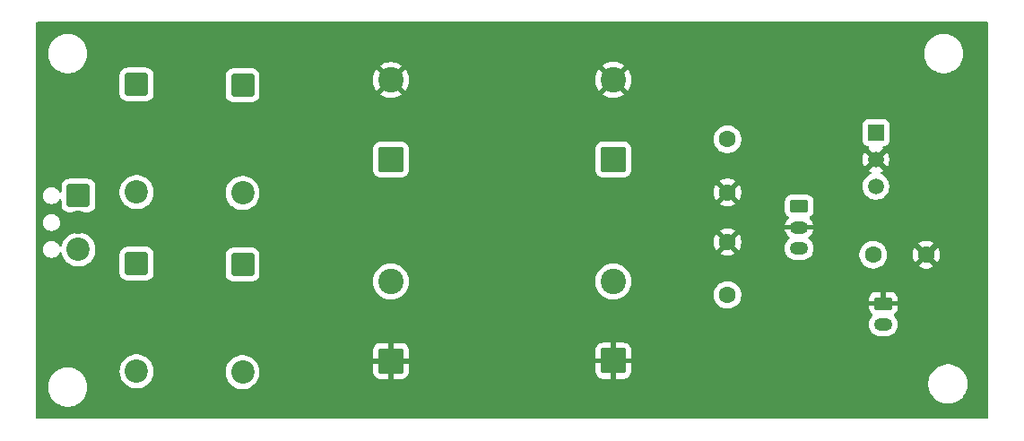
<source format=gbr>
%TF.GenerationSoftware,KiCad,Pcbnew,9.0.7*%
%TF.CreationDate,2026-01-19T21:12:20-05:00*%
%TF.ProjectId,psu,7073752e-6b69-4636-9164-5f7063625858,rev?*%
%TF.SameCoordinates,Original*%
%TF.FileFunction,Copper,L2,Bot*%
%TF.FilePolarity,Positive*%
%FSLAX46Y46*%
G04 Gerber Fmt 4.6, Leading zero omitted, Abs format (unit mm)*
G04 Created by KiCad (PCBNEW 9.0.7) date 2026-01-19 21:12:20*
%MOMM*%
%LPD*%
G01*
G04 APERTURE LIST*
G04 Aperture macros list*
%AMRoundRect*
0 Rectangle with rounded corners*
0 $1 Rounding radius*
0 $2 $3 $4 $5 $6 $7 $8 $9 X,Y pos of 4 corners*
0 Add a 4 corners polygon primitive as box body*
4,1,4,$2,$3,$4,$5,$6,$7,$8,$9,$2,$3,0*
0 Add four circle primitives for the rounded corners*
1,1,$1+$1,$2,$3*
1,1,$1+$1,$4,$5*
1,1,$1+$1,$6,$7*
1,1,$1+$1,$8,$9*
0 Add four rect primitives between the rounded corners*
20,1,$1+$1,$2,$3,$4,$5,0*
20,1,$1+$1,$4,$5,$6,$7,0*
20,1,$1+$1,$6,$7,$8,$9,0*
20,1,$1+$1,$8,$9,$2,$3,0*%
G04 Aperture macros list end*
%TA.AperFunction,ComponentPad*%
%ADD10RoundRect,0.250000X-0.625000X0.350000X-0.625000X-0.350000X0.625000X-0.350000X0.625000X0.350000X0*%
%TD*%
%TA.AperFunction,ComponentPad*%
%ADD11O,1.750000X1.200000*%
%TD*%
%TA.AperFunction,ComponentPad*%
%ADD12C,1.600000*%
%TD*%
%TA.AperFunction,ComponentPad*%
%ADD13RoundRect,0.249999X-0.850001X0.850001X-0.850001X-0.850001X0.850001X-0.850001X0.850001X0.850001X0*%
%TD*%
%TA.AperFunction,ComponentPad*%
%ADD14C,2.200000*%
%TD*%
%TA.AperFunction,ComponentPad*%
%ADD15R,1.508000X1.508000*%
%TD*%
%TA.AperFunction,ComponentPad*%
%ADD16C,1.508000*%
%TD*%
%TA.AperFunction,ComponentPad*%
%ADD17RoundRect,0.250001X0.949999X-0.949999X0.949999X0.949999X-0.949999X0.949999X-0.949999X-0.949999X0*%
%TD*%
%TA.AperFunction,ComponentPad*%
%ADD18C,2.400000*%
%TD*%
G04 APERTURE END LIST*
D10*
%TO.P,J3,1,Pin_1*%
%TO.N,GND*%
X158500000Y-84600000D03*
D11*
%TO.P,J3,2,Pin_2*%
%TO.N,+5V*%
X158500000Y-86600000D03*
%TD*%
D10*
%TO.P,J2,1,Pin_1*%
%TO.N,+15V*%
X150550000Y-75400000D03*
D11*
%TO.P,J2,2,Pin_2*%
%TO.N,GND*%
X150550000Y-77400000D03*
%TO.P,J2,3,Pin_3*%
%TO.N,-15V*%
X150550000Y-79400000D03*
%TD*%
D12*
%TO.P,C7,1*%
%TO.N,+5V*%
X157550000Y-80000000D03*
%TO.P,C7,2*%
%TO.N,GND*%
X162550000Y-80000000D03*
%TD*%
D13*
%TO.P,D3,1,K*%
%TO.N,+15V*%
X88000000Y-63920000D03*
D14*
%TO.P,D3,2,A*%
%TO.N,Net-(D1-K)*%
X88000000Y-74080000D03*
%TD*%
D15*
%TO.P,PS1,1,+VIN*%
%TO.N,+15V*%
X157800000Y-68460000D03*
D16*
%TO.P,PS1,2,GND*%
%TO.N,GND*%
X157800000Y-71000000D03*
%TO.P,PS1,3,+VOUT*%
%TO.N,+5V*%
X157800000Y-73540000D03*
%TD*%
D17*
%TO.P,C3,1*%
%TO.N,+15V*%
X112000000Y-71000000D03*
D18*
%TO.P,C3,2*%
%TO.N,GND*%
X112000000Y-63500000D03*
%TD*%
D17*
%TO.P,C4,1*%
%TO.N,+15V*%
X133000000Y-70987245D03*
D18*
%TO.P,C4,2*%
%TO.N,GND*%
X133000000Y-63487245D03*
%TD*%
D13*
%TO.P,D4,1,K*%
%TO.N,+15V*%
X98000000Y-64000000D03*
D14*
%TO.P,D4,2,A*%
%TO.N,Net-(D2-K)*%
X98000000Y-74160000D03*
%TD*%
D17*
%TO.P,C1,1*%
%TO.N,GND*%
X112000000Y-90025510D03*
D18*
%TO.P,C1,2*%
%TO.N,-15V*%
X112000000Y-82525510D03*
%TD*%
D12*
%TO.P,C5,1*%
%TO.N,+15V*%
X143800000Y-69100000D03*
%TO.P,C5,2*%
%TO.N,GND*%
X143800000Y-74100000D03*
%TD*%
D13*
%TO.P,J1,1,Pin_1*%
%TO.N,Net-(D1-K)*%
X82500000Y-74420000D03*
D14*
%TO.P,J1,2,Pin_2*%
%TO.N,GND*%
X82500000Y-76960000D03*
%TO.P,J1,3,Pin_3*%
%TO.N,Net-(D2-K)*%
X82500000Y-79500000D03*
%TD*%
D12*
%TO.P,C6,1*%
%TO.N,GND*%
X143800000Y-78800000D03*
%TO.P,C6,2*%
%TO.N,-15V*%
X143800000Y-83800000D03*
%TD*%
D17*
%TO.P,C2,1*%
%TO.N,GND*%
X133000000Y-90012755D03*
D18*
%TO.P,C2,2*%
%TO.N,-15V*%
X133000000Y-82512755D03*
%TD*%
D13*
%TO.P,D2,1,K*%
%TO.N,Net-(D2-K)*%
X98000000Y-80920000D03*
D14*
%TO.P,D2,2,A*%
%TO.N,-15V*%
X98000000Y-91080000D03*
%TD*%
D13*
%TO.P,D1,1,K*%
%TO.N,Net-(D1-K)*%
X88000000Y-80840000D03*
D14*
%TO.P,D1,2,A*%
%TO.N,-15V*%
X88000000Y-91000000D03*
%TD*%
%TA.AperFunction,Conductor*%
%TO.N,GND*%
G36*
X168342539Y-58020185D02*
G01*
X168388294Y-58072989D01*
X168399500Y-58124500D01*
X168399500Y-95375500D01*
X168379815Y-95442539D01*
X168327011Y-95488294D01*
X168275500Y-95499500D01*
X78624500Y-95499500D01*
X78557461Y-95479815D01*
X78511706Y-95427011D01*
X78500500Y-95375500D01*
X78500500Y-92378711D01*
X79649500Y-92378711D01*
X79649500Y-92621288D01*
X79681161Y-92861785D01*
X79743947Y-93096104D01*
X79799530Y-93230293D01*
X79836776Y-93320212D01*
X79958064Y-93530289D01*
X79958066Y-93530292D01*
X79958067Y-93530293D01*
X80105733Y-93722736D01*
X80105739Y-93722743D01*
X80277256Y-93894260D01*
X80277263Y-93894266D01*
X80357787Y-93956054D01*
X80469711Y-94041936D01*
X80679788Y-94163224D01*
X80903900Y-94256054D01*
X81138211Y-94318838D01*
X81318586Y-94342584D01*
X81378711Y-94350500D01*
X81378712Y-94350500D01*
X81621289Y-94350500D01*
X81669388Y-94344167D01*
X81861789Y-94318838D01*
X82096100Y-94256054D01*
X82320212Y-94163224D01*
X82530289Y-94041936D01*
X82722738Y-93894265D01*
X82894265Y-93722738D01*
X83041936Y-93530289D01*
X83163224Y-93320212D01*
X83256054Y-93096100D01*
X83318838Y-92861789D01*
X83350500Y-92621288D01*
X83350500Y-92378712D01*
X83318838Y-92138211D01*
X83256054Y-91903900D01*
X83163224Y-91679788D01*
X83041936Y-91469711D01*
X82972936Y-91379788D01*
X82894266Y-91277263D01*
X82894260Y-91277256D01*
X82722743Y-91105739D01*
X82722736Y-91105733D01*
X82542641Y-90967542D01*
X82542640Y-90967541D01*
X82530294Y-90958067D01*
X82384752Y-90874038D01*
X86399500Y-90874038D01*
X86399500Y-91125962D01*
X86406429Y-91169711D01*
X86438910Y-91374785D01*
X86516760Y-91614383D01*
X86568036Y-91715016D01*
X86630808Y-91838214D01*
X86631132Y-91838848D01*
X86779201Y-92042649D01*
X86779205Y-92042654D01*
X86957345Y-92220794D01*
X86957350Y-92220798D01*
X87095664Y-92321288D01*
X87161155Y-92368870D01*
X87304184Y-92441747D01*
X87385616Y-92483239D01*
X87385618Y-92483239D01*
X87385621Y-92483241D01*
X87625215Y-92561090D01*
X87874038Y-92600500D01*
X87874039Y-92600500D01*
X88125961Y-92600500D01*
X88125962Y-92600500D01*
X88374785Y-92561090D01*
X88614379Y-92483241D01*
X88838845Y-92368870D01*
X89042656Y-92220793D01*
X89220793Y-92042656D01*
X89368870Y-91838845D01*
X89483241Y-91614379D01*
X89561090Y-91374785D01*
X89600500Y-91125962D01*
X89600500Y-90954038D01*
X96399500Y-90954038D01*
X96399500Y-91205962D01*
X96435158Y-91431099D01*
X96438910Y-91454785D01*
X96516760Y-91694383D01*
X96595413Y-91848747D01*
X96623515Y-91903900D01*
X96631132Y-91918848D01*
X96779201Y-92122649D01*
X96779205Y-92122654D01*
X96957345Y-92300794D01*
X96957350Y-92300798D01*
X97135117Y-92429952D01*
X97161155Y-92448870D01*
X97304184Y-92521747D01*
X97385616Y-92563239D01*
X97385618Y-92563239D01*
X97385621Y-92563241D01*
X97625215Y-92641090D01*
X97874038Y-92680500D01*
X97874039Y-92680500D01*
X98125961Y-92680500D01*
X98125962Y-92680500D01*
X98374785Y-92641090D01*
X98614379Y-92563241D01*
X98838845Y-92448870D01*
X99042656Y-92300793D01*
X99220793Y-92122656D01*
X99252721Y-92078711D01*
X162749500Y-92078711D01*
X162749500Y-92321288D01*
X162781161Y-92561785D01*
X162843947Y-92796104D01*
X162871155Y-92861789D01*
X162936776Y-93020212D01*
X163058064Y-93230289D01*
X163058066Y-93230292D01*
X163058067Y-93230293D01*
X163205733Y-93422736D01*
X163205739Y-93422743D01*
X163377256Y-93594260D01*
X163377262Y-93594265D01*
X163569711Y-93741936D01*
X163779788Y-93863224D01*
X164003900Y-93956054D01*
X164238211Y-94018838D01*
X164413661Y-94041936D01*
X164478711Y-94050500D01*
X164478712Y-94050500D01*
X164721289Y-94050500D01*
X164786339Y-94041936D01*
X164961789Y-94018838D01*
X165196100Y-93956054D01*
X165420212Y-93863224D01*
X165630289Y-93741936D01*
X165822738Y-93594265D01*
X165994265Y-93422738D01*
X166141936Y-93230289D01*
X166263224Y-93020212D01*
X166356054Y-92796100D01*
X166418838Y-92561789D01*
X166450500Y-92321288D01*
X166450500Y-92078712D01*
X166418838Y-91838211D01*
X166356054Y-91603900D01*
X166263224Y-91379788D01*
X166141936Y-91169711D01*
X166081018Y-91090321D01*
X165994266Y-90977263D01*
X165994260Y-90977256D01*
X165822743Y-90805739D01*
X165822736Y-90805733D01*
X165630293Y-90658067D01*
X165630292Y-90658066D01*
X165630289Y-90658064D01*
X165420212Y-90536776D01*
X165420205Y-90536773D01*
X165196104Y-90443947D01*
X165078944Y-90412554D01*
X164961789Y-90381162D01*
X164961788Y-90381161D01*
X164961785Y-90381161D01*
X164721289Y-90349500D01*
X164721288Y-90349500D01*
X164478712Y-90349500D01*
X164478711Y-90349500D01*
X164238214Y-90381161D01*
X164003895Y-90443947D01*
X163779794Y-90536773D01*
X163779785Y-90536777D01*
X163569706Y-90658067D01*
X163377263Y-90805733D01*
X163377256Y-90805739D01*
X163205739Y-90977256D01*
X163205733Y-90977263D01*
X163058067Y-91169706D01*
X162936777Y-91379785D01*
X162936773Y-91379794D01*
X162843947Y-91603895D01*
X162781161Y-91838214D01*
X162749500Y-92078711D01*
X99252721Y-92078711D01*
X99308624Y-92001768D01*
X99340790Y-91957492D01*
X99368870Y-91918845D01*
X99483241Y-91694379D01*
X99561090Y-91454785D01*
X99600500Y-91205962D01*
X99600500Y-90954038D01*
X99561090Y-90705215D01*
X99483241Y-90465621D01*
X99483239Y-90465618D01*
X99483239Y-90465616D01*
X99388888Y-90280443D01*
X99368870Y-90241155D01*
X99310744Y-90161151D01*
X99220798Y-90037350D01*
X99220794Y-90037345D01*
X99042654Y-89859205D01*
X99042649Y-89859201D01*
X98838848Y-89711132D01*
X98838847Y-89711131D01*
X98838845Y-89711130D01*
X98732809Y-89657102D01*
X98614383Y-89596760D01*
X98374785Y-89518910D01*
X98125962Y-89479500D01*
X97874038Y-89479500D01*
X97749626Y-89499205D01*
X97625214Y-89518910D01*
X97385616Y-89596760D01*
X97161151Y-89711132D01*
X96957350Y-89859201D01*
X96957345Y-89859205D01*
X96779205Y-90037345D01*
X96779201Y-90037350D01*
X96631132Y-90241151D01*
X96516760Y-90465616D01*
X96438910Y-90705214D01*
X96432775Y-90743947D01*
X96399500Y-90954038D01*
X89600500Y-90954038D01*
X89600500Y-90874038D01*
X89561090Y-90625215D01*
X89483241Y-90385621D01*
X89483239Y-90385618D01*
X89483239Y-90385616D01*
X89427137Y-90275510D01*
X89368870Y-90161155D01*
X89278917Y-90037345D01*
X89220798Y-89957350D01*
X89220794Y-89957345D01*
X89042654Y-89779205D01*
X89042649Y-89779201D01*
X88838848Y-89631132D01*
X88838847Y-89631131D01*
X88838845Y-89631130D01*
X88768747Y-89595413D01*
X88614383Y-89516760D01*
X88374785Y-89438910D01*
X88290181Y-89425510D01*
X88125962Y-89399500D01*
X87874038Y-89399500D01*
X87790350Y-89412755D01*
X87625214Y-89438910D01*
X87385616Y-89516760D01*
X87161151Y-89631132D01*
X86957350Y-89779201D01*
X86957345Y-89779205D01*
X86779205Y-89957345D01*
X86779201Y-89957350D01*
X86631132Y-90161151D01*
X86516760Y-90385616D01*
X86438910Y-90625214D01*
X86410318Y-90805735D01*
X86399500Y-90874038D01*
X82384752Y-90874038D01*
X82320214Y-90836777D01*
X82320205Y-90836773D01*
X82096104Y-90743947D01*
X81861785Y-90681161D01*
X81621289Y-90649500D01*
X81621288Y-90649500D01*
X81378712Y-90649500D01*
X81378711Y-90649500D01*
X81138214Y-90681161D01*
X80903895Y-90743947D01*
X80679794Y-90836773D01*
X80679785Y-90836777D01*
X80469706Y-90958067D01*
X80277263Y-91105733D01*
X80277256Y-91105739D01*
X80105739Y-91277256D01*
X80105733Y-91277263D01*
X79958067Y-91469706D01*
X79836777Y-91679785D01*
X79836773Y-91679794D01*
X79743947Y-91903895D01*
X79681161Y-92138214D01*
X79649500Y-92378711D01*
X78500500Y-92378711D01*
X78500500Y-89025524D01*
X110300000Y-89025524D01*
X110300000Y-89775510D01*
X111451518Y-89775510D01*
X111440889Y-89793919D01*
X111400000Y-89946519D01*
X111400000Y-90104501D01*
X111440889Y-90257101D01*
X111451518Y-90275510D01*
X110300000Y-90275510D01*
X110300000Y-91025495D01*
X110310493Y-91128199D01*
X110310494Y-91128206D01*
X110365641Y-91294628D01*
X110365643Y-91294633D01*
X110457684Y-91443854D01*
X110581655Y-91567825D01*
X110730876Y-91659866D01*
X110730881Y-91659868D01*
X110897303Y-91715015D01*
X110897310Y-91715016D01*
X111000014Y-91725509D01*
X111000027Y-91725510D01*
X111750000Y-91725510D01*
X111750000Y-90573992D01*
X111768409Y-90584621D01*
X111921009Y-90625510D01*
X112078991Y-90625510D01*
X112231591Y-90584621D01*
X112250000Y-90573992D01*
X112250000Y-91725510D01*
X112999973Y-91725510D01*
X112999985Y-91725509D01*
X113102689Y-91715016D01*
X113102696Y-91715015D01*
X113269118Y-91659868D01*
X113269123Y-91659866D01*
X113418344Y-91567825D01*
X113542315Y-91443854D01*
X113634356Y-91294633D01*
X113634358Y-91294628D01*
X113689505Y-91128206D01*
X113689506Y-91128199D01*
X113699999Y-91025495D01*
X113700000Y-91025482D01*
X113700000Y-90275510D01*
X112548482Y-90275510D01*
X112559111Y-90257101D01*
X112600000Y-90104501D01*
X112600000Y-89946519D01*
X112559111Y-89793919D01*
X112548482Y-89775510D01*
X113700000Y-89775510D01*
X113700000Y-89025537D01*
X113699999Y-89025527D01*
X113699662Y-89022224D01*
X113699662Y-89022223D01*
X113698696Y-89012769D01*
X131300000Y-89012769D01*
X131300000Y-89762755D01*
X132451518Y-89762755D01*
X132440889Y-89781164D01*
X132400000Y-89933764D01*
X132400000Y-90091746D01*
X132440889Y-90244346D01*
X132451518Y-90262755D01*
X131300000Y-90262755D01*
X131300000Y-91012740D01*
X131310493Y-91115444D01*
X131310494Y-91115451D01*
X131365641Y-91281873D01*
X131365643Y-91281878D01*
X131457684Y-91431099D01*
X131581655Y-91555070D01*
X131730876Y-91647111D01*
X131730881Y-91647113D01*
X131897303Y-91702260D01*
X131897310Y-91702261D01*
X132000014Y-91712754D01*
X132000027Y-91712755D01*
X132750000Y-91712755D01*
X132750000Y-90561237D01*
X132768409Y-90571866D01*
X132921009Y-90612755D01*
X133078991Y-90612755D01*
X133231591Y-90571866D01*
X133250000Y-90561237D01*
X133250000Y-91712755D01*
X133999973Y-91712755D01*
X133999985Y-91712754D01*
X134102689Y-91702261D01*
X134102696Y-91702260D01*
X134269118Y-91647113D01*
X134269123Y-91647111D01*
X134418344Y-91555070D01*
X134542315Y-91431099D01*
X134634356Y-91281878D01*
X134634358Y-91281873D01*
X134689505Y-91115451D01*
X134689506Y-91115444D01*
X134699999Y-91012740D01*
X134700000Y-91012727D01*
X134700000Y-90262755D01*
X133548482Y-90262755D01*
X133559111Y-90244346D01*
X133600000Y-90091746D01*
X133600000Y-89933764D01*
X133559111Y-89781164D01*
X133548482Y-89762755D01*
X134700000Y-89762755D01*
X134700000Y-89012782D01*
X134699999Y-89012769D01*
X134689506Y-88910065D01*
X134689505Y-88910058D01*
X134634358Y-88743636D01*
X134634356Y-88743631D01*
X134542315Y-88594410D01*
X134418344Y-88470439D01*
X134269123Y-88378398D01*
X134269118Y-88378396D01*
X134102696Y-88323249D01*
X134102689Y-88323248D01*
X133999985Y-88312755D01*
X133250000Y-88312755D01*
X133250000Y-89464272D01*
X133231591Y-89453644D01*
X133078991Y-89412755D01*
X132921009Y-89412755D01*
X132768409Y-89453644D01*
X132750000Y-89464272D01*
X132750000Y-88312755D01*
X132000014Y-88312755D01*
X131897310Y-88323248D01*
X131897303Y-88323249D01*
X131730881Y-88378396D01*
X131730876Y-88378398D01*
X131581655Y-88470439D01*
X131457684Y-88594410D01*
X131365643Y-88743631D01*
X131365641Y-88743636D01*
X131310494Y-88910058D01*
X131310493Y-88910065D01*
X131300000Y-89012769D01*
X113698696Y-89012769D01*
X113689506Y-88922820D01*
X113689505Y-88922813D01*
X113634358Y-88756391D01*
X113634356Y-88756386D01*
X113542315Y-88607165D01*
X113418344Y-88483194D01*
X113269123Y-88391153D01*
X113269118Y-88391151D01*
X113102696Y-88336004D01*
X113102689Y-88336003D01*
X112999985Y-88325510D01*
X112250000Y-88325510D01*
X112250000Y-89477027D01*
X112231591Y-89466399D01*
X112078991Y-89425510D01*
X111921009Y-89425510D01*
X111768409Y-89466399D01*
X111750000Y-89477027D01*
X111750000Y-88325510D01*
X111000014Y-88325510D01*
X110897310Y-88336003D01*
X110897303Y-88336004D01*
X110730881Y-88391151D01*
X110730876Y-88391153D01*
X110581655Y-88483194D01*
X110457684Y-88607165D01*
X110365643Y-88756386D01*
X110365641Y-88756391D01*
X110310494Y-88922813D01*
X110310493Y-88922820D01*
X110300000Y-89025524D01*
X78500500Y-89025524D01*
X78500500Y-86513389D01*
X157124500Y-86513389D01*
X157124500Y-86686611D01*
X157151598Y-86857701D01*
X157205127Y-87022445D01*
X157283768Y-87176788D01*
X157385586Y-87316928D01*
X157508072Y-87439414D01*
X157648212Y-87541232D01*
X157802555Y-87619873D01*
X157967299Y-87673402D01*
X158138389Y-87700500D01*
X158138390Y-87700500D01*
X158861610Y-87700500D01*
X158861611Y-87700500D01*
X159032701Y-87673402D01*
X159197445Y-87619873D01*
X159351788Y-87541232D01*
X159491928Y-87439414D01*
X159614414Y-87316928D01*
X159716232Y-87176788D01*
X159794873Y-87022445D01*
X159848402Y-86857701D01*
X159875500Y-86686611D01*
X159875500Y-86513389D01*
X159848402Y-86342299D01*
X159794873Y-86177555D01*
X159716232Y-86023212D01*
X159614414Y-85883072D01*
X159506508Y-85775166D01*
X159473023Y-85713843D01*
X159478007Y-85644151D01*
X159519879Y-85588218D01*
X159529094Y-85581945D01*
X159593345Y-85542315D01*
X159717315Y-85418345D01*
X159809356Y-85269124D01*
X159809358Y-85269119D01*
X159864505Y-85102697D01*
X159864506Y-85102690D01*
X159874999Y-84999986D01*
X159875000Y-84999973D01*
X159875000Y-84850000D01*
X158780330Y-84850000D01*
X158800075Y-84830255D01*
X158849444Y-84744745D01*
X158875000Y-84649370D01*
X158875000Y-84550630D01*
X158849444Y-84455255D01*
X158800075Y-84369745D01*
X158780330Y-84350000D01*
X159874999Y-84350000D01*
X159874999Y-84200028D01*
X159874998Y-84200013D01*
X159864505Y-84097302D01*
X159809358Y-83930880D01*
X159809356Y-83930875D01*
X159717315Y-83781654D01*
X159593345Y-83657684D01*
X159444124Y-83565643D01*
X159444119Y-83565641D01*
X159277697Y-83510494D01*
X159277690Y-83510493D01*
X159174986Y-83500000D01*
X158750000Y-83500000D01*
X158750000Y-84319670D01*
X158730255Y-84299925D01*
X158644745Y-84250556D01*
X158549370Y-84225000D01*
X158450630Y-84225000D01*
X158355255Y-84250556D01*
X158269745Y-84299925D01*
X158250000Y-84319670D01*
X158250000Y-83500000D01*
X157825028Y-83500000D01*
X157825012Y-83500001D01*
X157722302Y-83510494D01*
X157555880Y-83565641D01*
X157555875Y-83565643D01*
X157406654Y-83657684D01*
X157282684Y-83781654D01*
X157190643Y-83930875D01*
X157190641Y-83930880D01*
X157135494Y-84097302D01*
X157135493Y-84097309D01*
X157125000Y-84200013D01*
X157125000Y-84350000D01*
X158219670Y-84350000D01*
X158199925Y-84369745D01*
X158150556Y-84455255D01*
X158125000Y-84550630D01*
X158125000Y-84649370D01*
X158150556Y-84744745D01*
X158199925Y-84830255D01*
X158219670Y-84850000D01*
X157125001Y-84850000D01*
X157125001Y-84999986D01*
X157135494Y-85102697D01*
X157190641Y-85269119D01*
X157190643Y-85269124D01*
X157282684Y-85418345D01*
X157406656Y-85542317D01*
X157470906Y-85581946D01*
X157517631Y-85633893D01*
X157528854Y-85702856D01*
X157501011Y-85766938D01*
X157493492Y-85775166D01*
X157385585Y-85883073D01*
X157283768Y-86023211D01*
X157205128Y-86177552D01*
X157151597Y-86342302D01*
X157124500Y-86513389D01*
X78500500Y-86513389D01*
X78500500Y-79421153D01*
X79159500Y-79421153D01*
X79159500Y-79578846D01*
X79190261Y-79733489D01*
X79190264Y-79733501D01*
X79250602Y-79879172D01*
X79250609Y-79879185D01*
X79338210Y-80010288D01*
X79338213Y-80010292D01*
X79449707Y-80121786D01*
X79449711Y-80121789D01*
X79580814Y-80209390D01*
X79580827Y-80209397D01*
X79653296Y-80239414D01*
X79726503Y-80269737D01*
X79881153Y-80300499D01*
X79881156Y-80300500D01*
X79881158Y-80300500D01*
X80038844Y-80300500D01*
X80038845Y-80300499D01*
X80193497Y-80269737D01*
X80339179Y-80209394D01*
X80470289Y-80121789D01*
X80581789Y-80010289D01*
X80669394Y-79879179D01*
X80696609Y-79813475D01*
X80740447Y-79759073D01*
X80806741Y-79737007D01*
X80874440Y-79754285D01*
X80922052Y-79805421D01*
X80933642Y-79841528D01*
X80938910Y-79874787D01*
X81016760Y-80114383D01*
X81131132Y-80338848D01*
X81279201Y-80542649D01*
X81279205Y-80542654D01*
X81457345Y-80720794D01*
X81457350Y-80720798D01*
X81623278Y-80841351D01*
X81661155Y-80868870D01*
X81804184Y-80941747D01*
X81885616Y-80983239D01*
X81885618Y-80983239D01*
X81885621Y-80983241D01*
X82125215Y-81061090D01*
X82374038Y-81100500D01*
X82374039Y-81100500D01*
X82625961Y-81100500D01*
X82625962Y-81100500D01*
X82874785Y-81061090D01*
X83114379Y-80983241D01*
X83338845Y-80868870D01*
X83542656Y-80720793D01*
X83720793Y-80542656D01*
X83868870Y-80338845D01*
X83983241Y-80114379D01*
X84039906Y-79939982D01*
X86399500Y-79939982D01*
X86399500Y-81740017D01*
X86410000Y-81842796D01*
X86410001Y-81842798D01*
X86465186Y-82009335D01*
X86557288Y-82158656D01*
X86681344Y-82282712D01*
X86830665Y-82374814D01*
X86997202Y-82429999D01*
X87099990Y-82440500D01*
X87099995Y-82440500D01*
X88900005Y-82440500D01*
X88900010Y-82440500D01*
X89002798Y-82429999D01*
X89169335Y-82374814D01*
X89318656Y-82282712D01*
X89442712Y-82158656D01*
X89534814Y-82009335D01*
X89589999Y-81842798D01*
X89600500Y-81740010D01*
X89600500Y-80019982D01*
X96399500Y-80019982D01*
X96399500Y-81820017D01*
X96410000Y-81922796D01*
X96438677Y-82009337D01*
X96465186Y-82089335D01*
X96557288Y-82238656D01*
X96681344Y-82362712D01*
X96830665Y-82454814D01*
X96997202Y-82509999D01*
X97099990Y-82520500D01*
X97099995Y-82520500D01*
X98900005Y-82520500D01*
X98900010Y-82520500D01*
X99002798Y-82509999D01*
X99169335Y-82454814D01*
X99235409Y-82414059D01*
X110299500Y-82414059D01*
X110299500Y-82636960D01*
X110299501Y-82636976D01*
X110328594Y-82857962D01*
X110328595Y-82857967D01*
X110328596Y-82857973D01*
X110382875Y-83060545D01*
X110386290Y-83073290D01*
X110386293Y-83073300D01*
X110471593Y-83279232D01*
X110471595Y-83279236D01*
X110583052Y-83472284D01*
X110583057Y-83472290D01*
X110583058Y-83472292D01*
X110718751Y-83649132D01*
X110718757Y-83649139D01*
X110876370Y-83806752D01*
X110876376Y-83806757D01*
X111053226Y-83942458D01*
X111246274Y-84053915D01*
X111351020Y-84097302D01*
X111421425Y-84126465D01*
X111452219Y-84139220D01*
X111667537Y-84196914D01*
X111888543Y-84226010D01*
X111888550Y-84226010D01*
X112111450Y-84226010D01*
X112111457Y-84226010D01*
X112332463Y-84196914D01*
X112547781Y-84139220D01*
X112753726Y-84053915D01*
X112946774Y-83942458D01*
X113123624Y-83806757D01*
X113281247Y-83649134D01*
X113416948Y-83472284D01*
X113528405Y-83279236D01*
X113613710Y-83073291D01*
X113671404Y-82857973D01*
X113700500Y-82636967D01*
X113700500Y-82414053D01*
X113698822Y-82401304D01*
X131299500Y-82401304D01*
X131299500Y-82624205D01*
X131299501Y-82624221D01*
X131328594Y-82845207D01*
X131328595Y-82845212D01*
X131328596Y-82845218D01*
X131357419Y-82952786D01*
X131386290Y-83060535D01*
X131386293Y-83060545D01*
X131471593Y-83266477D01*
X131471595Y-83266481D01*
X131583052Y-83459529D01*
X131583057Y-83459535D01*
X131583058Y-83459537D01*
X131718751Y-83636377D01*
X131718757Y-83636384D01*
X131876370Y-83793997D01*
X131876377Y-83794003D01*
X131893000Y-83806758D01*
X132053226Y-83929703D01*
X132246274Y-84041160D01*
X132452219Y-84126465D01*
X132667537Y-84184159D01*
X132888543Y-84213255D01*
X132888550Y-84213255D01*
X133111450Y-84213255D01*
X133111457Y-84213255D01*
X133332463Y-84184159D01*
X133547781Y-84126465D01*
X133753726Y-84041160D01*
X133946774Y-83929703D01*
X134123624Y-83794002D01*
X134219978Y-83697648D01*
X142499500Y-83697648D01*
X142499500Y-83902351D01*
X142531522Y-84104534D01*
X142594781Y-84299223D01*
X142658691Y-84424653D01*
X142674284Y-84455255D01*
X142687715Y-84481613D01*
X142808028Y-84647213D01*
X142952786Y-84791971D01*
X143101581Y-84900075D01*
X143118390Y-84912287D01*
X143191315Y-84949444D01*
X143300776Y-85005218D01*
X143300778Y-85005218D01*
X143300781Y-85005220D01*
X143405137Y-85039127D01*
X143495465Y-85068477D01*
X143596557Y-85084488D01*
X143697648Y-85100500D01*
X143697649Y-85100500D01*
X143902351Y-85100500D01*
X143902352Y-85100500D01*
X144104534Y-85068477D01*
X144299219Y-85005220D01*
X144481610Y-84912287D01*
X144574590Y-84844732D01*
X144647213Y-84791971D01*
X144647215Y-84791968D01*
X144647219Y-84791966D01*
X144791966Y-84647219D01*
X144791968Y-84647215D01*
X144791971Y-84647213D01*
X144862141Y-84550630D01*
X144912287Y-84481610D01*
X145005220Y-84299219D01*
X145061352Y-84126464D01*
X145068476Y-84104538D01*
X145068476Y-84104537D01*
X145068477Y-84104534D01*
X145100500Y-83902352D01*
X145100500Y-83697648D01*
X145090796Y-83636379D01*
X145068477Y-83495465D01*
X145005218Y-83300776D01*
X144971503Y-83234607D01*
X144912287Y-83118390D01*
X144904556Y-83107749D01*
X144791971Y-82952786D01*
X144647213Y-82808028D01*
X144481613Y-82687715D01*
X144481612Y-82687714D01*
X144481610Y-82687713D01*
X144424653Y-82658691D01*
X144299223Y-82594781D01*
X144104534Y-82531522D01*
X143929995Y-82503878D01*
X143902352Y-82499500D01*
X143697648Y-82499500D01*
X143673329Y-82503351D01*
X143495465Y-82531522D01*
X143300776Y-82594781D01*
X143118386Y-82687715D01*
X142952786Y-82808028D01*
X142808028Y-82952786D01*
X142687715Y-83118386D01*
X142594781Y-83300776D01*
X142531522Y-83495465D01*
X142499500Y-83697648D01*
X134219978Y-83697648D01*
X134281247Y-83636379D01*
X134288279Y-83627214D01*
X134295895Y-83617290D01*
X134377842Y-83510493D01*
X134416948Y-83459529D01*
X134528405Y-83266481D01*
X134613710Y-83060536D01*
X134671404Y-82845218D01*
X134700500Y-82624212D01*
X134700500Y-82401298D01*
X134671404Y-82180292D01*
X134613710Y-81964974D01*
X134528405Y-81759029D01*
X134416948Y-81565981D01*
X134281247Y-81389131D01*
X134281242Y-81389125D01*
X134123629Y-81231512D01*
X134123622Y-81231506D01*
X133946782Y-81095813D01*
X133946780Y-81095812D01*
X133946774Y-81095807D01*
X133753726Y-80984350D01*
X133753722Y-80984348D01*
X133547790Y-80899048D01*
X133547783Y-80899046D01*
X133547781Y-80899045D01*
X133332463Y-80841351D01*
X133332457Y-80841350D01*
X133332452Y-80841349D01*
X133111466Y-80812256D01*
X133111463Y-80812255D01*
X133111457Y-80812255D01*
X132888543Y-80812255D01*
X132888537Y-80812255D01*
X132888533Y-80812256D01*
X132667547Y-80841349D01*
X132667540Y-80841350D01*
X132667537Y-80841351D01*
X132452219Y-80899045D01*
X132452209Y-80899048D01*
X132246277Y-80984348D01*
X132246273Y-80984350D01*
X132053226Y-81095807D01*
X132053217Y-81095813D01*
X131876377Y-81231506D01*
X131876370Y-81231512D01*
X131718757Y-81389125D01*
X131718751Y-81389132D01*
X131583058Y-81565972D01*
X131583052Y-81565981D01*
X131471595Y-81759028D01*
X131471593Y-81759032D01*
X131386293Y-81964964D01*
X131386290Y-81964974D01*
X131328597Y-82180289D01*
X131328594Y-82180302D01*
X131299501Y-82401288D01*
X131299500Y-82401304D01*
X113698822Y-82401304D01*
X113671404Y-82193047D01*
X113613710Y-81977729D01*
X113528405Y-81771784D01*
X113416948Y-81578736D01*
X113281247Y-81401886D01*
X113281242Y-81401880D01*
X113123629Y-81244267D01*
X113123622Y-81244261D01*
X112946782Y-81108568D01*
X112946780Y-81108567D01*
X112946774Y-81108562D01*
X112753726Y-80997105D01*
X112753722Y-80997103D01*
X112547790Y-80911803D01*
X112547783Y-80911801D01*
X112547781Y-80911800D01*
X112332463Y-80854106D01*
X112332457Y-80854105D01*
X112332452Y-80854104D01*
X112111466Y-80825011D01*
X112111463Y-80825010D01*
X112111457Y-80825010D01*
X111888543Y-80825010D01*
X111888537Y-80825010D01*
X111888533Y-80825011D01*
X111667547Y-80854104D01*
X111667540Y-80854105D01*
X111667537Y-80854106D01*
X111452219Y-80911800D01*
X111452209Y-80911803D01*
X111246277Y-80997103D01*
X111246273Y-80997105D01*
X111053226Y-81108562D01*
X111053217Y-81108568D01*
X110876377Y-81244261D01*
X110876370Y-81244267D01*
X110718757Y-81401880D01*
X110718751Y-81401887D01*
X110583058Y-81578727D01*
X110583052Y-81578736D01*
X110471595Y-81771783D01*
X110471593Y-81771787D01*
X110386293Y-81977719D01*
X110386290Y-81977729D01*
X110332015Y-82180289D01*
X110328597Y-82193044D01*
X110328594Y-82193057D01*
X110299501Y-82414043D01*
X110299500Y-82414059D01*
X99235409Y-82414059D01*
X99318656Y-82362712D01*
X99442712Y-82238656D01*
X99534814Y-82089335D01*
X99589999Y-81922798D01*
X99600500Y-81820010D01*
X99600500Y-80019990D01*
X99589999Y-79917202D01*
X99534814Y-79750665D01*
X99442712Y-79601344D01*
X99318656Y-79477288D01*
X99188957Y-79397289D01*
X99169337Y-79385187D01*
X99169332Y-79385185D01*
X99167863Y-79384698D01*
X99002798Y-79330001D01*
X99002796Y-79330000D01*
X98900017Y-79319500D01*
X98900010Y-79319500D01*
X97099990Y-79319500D01*
X97099982Y-79319500D01*
X96997203Y-79330000D01*
X96997202Y-79330001D01*
X96914669Y-79357349D01*
X96830667Y-79385185D01*
X96830662Y-79385187D01*
X96681342Y-79477289D01*
X96557289Y-79601342D01*
X96465187Y-79750662D01*
X96465186Y-79750665D01*
X96410001Y-79917202D01*
X96410001Y-79917203D01*
X96410000Y-79917203D01*
X96399500Y-80019982D01*
X89600500Y-80019982D01*
X89600500Y-79939990D01*
X89589999Y-79837202D01*
X89534814Y-79670665D01*
X89442712Y-79521344D01*
X89318656Y-79397288D01*
X89225890Y-79340070D01*
X89169337Y-79305187D01*
X89169332Y-79305185D01*
X89150748Y-79299027D01*
X89002798Y-79250001D01*
X89002796Y-79250000D01*
X88900017Y-79239500D01*
X88900010Y-79239500D01*
X87099990Y-79239500D01*
X87099982Y-79239500D01*
X86997203Y-79250000D01*
X86997202Y-79250001D01*
X86924549Y-79274076D01*
X86830667Y-79305185D01*
X86830662Y-79305187D01*
X86681342Y-79397289D01*
X86557289Y-79521342D01*
X86465187Y-79670662D01*
X86465186Y-79670665D01*
X86410001Y-79837202D01*
X86410001Y-79837203D01*
X86410000Y-79837203D01*
X86399500Y-79939982D01*
X84039906Y-79939982D01*
X84061090Y-79874785D01*
X84100500Y-79625962D01*
X84100500Y-79374038D01*
X84061090Y-79125215D01*
X83983241Y-78885621D01*
X83983239Y-78885618D01*
X83983239Y-78885616D01*
X83913686Y-78749111D01*
X83888662Y-78700000D01*
X83887481Y-78697682D01*
X142500000Y-78697682D01*
X142500000Y-78902317D01*
X142532009Y-79104417D01*
X142595244Y-79299031D01*
X142688141Y-79481350D01*
X142688147Y-79481359D01*
X142720523Y-79525921D01*
X142720524Y-79525922D01*
X143400000Y-78846446D01*
X143400000Y-78852661D01*
X143427259Y-78954394D01*
X143479920Y-79045606D01*
X143554394Y-79120080D01*
X143645606Y-79172741D01*
X143747339Y-79200000D01*
X143753553Y-79200000D01*
X143074076Y-79879474D01*
X143118650Y-79911859D01*
X143300968Y-80004755D01*
X143495582Y-80067990D01*
X143697683Y-80100000D01*
X143902317Y-80100000D01*
X144104417Y-80067990D01*
X144299031Y-80004755D01*
X144481349Y-79911859D01*
X144525921Y-79879474D01*
X143846447Y-79200000D01*
X143852661Y-79200000D01*
X143954394Y-79172741D01*
X144045606Y-79120080D01*
X144120080Y-79045606D01*
X144172741Y-78954394D01*
X144200000Y-78852661D01*
X144200000Y-78846447D01*
X144879474Y-79525921D01*
X144911859Y-79481349D01*
X145004757Y-79299027D01*
X145014122Y-79270205D01*
X145014124Y-79270198D01*
X145067990Y-79104417D01*
X145100000Y-78902317D01*
X145100000Y-78697682D01*
X145067990Y-78495582D01*
X145004755Y-78300968D01*
X144911859Y-78118650D01*
X144879474Y-78074077D01*
X144879474Y-78074076D01*
X144200000Y-78753551D01*
X144200000Y-78747339D01*
X144172741Y-78645606D01*
X144120080Y-78554394D01*
X144045606Y-78479920D01*
X143954394Y-78427259D01*
X143852661Y-78400000D01*
X143846446Y-78400000D01*
X144525922Y-77720524D01*
X144525921Y-77720523D01*
X144481359Y-77688147D01*
X144481350Y-77688141D01*
X144299031Y-77595244D01*
X144104417Y-77532009D01*
X143902317Y-77500000D01*
X143697683Y-77500000D01*
X143495582Y-77532009D01*
X143300968Y-77595244D01*
X143118644Y-77688143D01*
X143074077Y-77720523D01*
X143074077Y-77720524D01*
X143753554Y-78400000D01*
X143747339Y-78400000D01*
X143645606Y-78427259D01*
X143554394Y-78479920D01*
X143479920Y-78554394D01*
X143427259Y-78645606D01*
X143400000Y-78747339D01*
X143400000Y-78753553D01*
X142720524Y-78074077D01*
X142720523Y-78074077D01*
X142688143Y-78118644D01*
X142595244Y-78300968D01*
X142532009Y-78495582D01*
X142500000Y-78697682D01*
X83887481Y-78697682D01*
X83868870Y-78661155D01*
X83849952Y-78635117D01*
X83720798Y-78457350D01*
X83720794Y-78457345D01*
X83542654Y-78279205D01*
X83542649Y-78279201D01*
X83338848Y-78131132D01*
X83338847Y-78131131D01*
X83338845Y-78131130D01*
X83268747Y-78095413D01*
X83114383Y-78016760D01*
X82874785Y-77938910D01*
X82625962Y-77899500D01*
X82374038Y-77899500D01*
X82249626Y-77919205D01*
X82125214Y-77938910D01*
X81885616Y-78016760D01*
X81661151Y-78131132D01*
X81457350Y-78279201D01*
X81457345Y-78279205D01*
X81279205Y-78457345D01*
X81279201Y-78457350D01*
X81131132Y-78661151D01*
X81016760Y-78885616D01*
X80938910Y-79125211D01*
X80933642Y-79158472D01*
X80903711Y-79221606D01*
X80844398Y-79258536D01*
X80774536Y-79257536D01*
X80716304Y-79218925D01*
X80696610Y-79186527D01*
X80669394Y-79120821D01*
X80669390Y-79120814D01*
X80581789Y-78989711D01*
X80581786Y-78989707D01*
X80470292Y-78878213D01*
X80470288Y-78878210D01*
X80339185Y-78790609D01*
X80339172Y-78790602D01*
X80193501Y-78730264D01*
X80193489Y-78730261D01*
X80038845Y-78699500D01*
X80038842Y-78699500D01*
X79881158Y-78699500D01*
X79881155Y-78699500D01*
X79726510Y-78730261D01*
X79726498Y-78730264D01*
X79580827Y-78790602D01*
X79580814Y-78790609D01*
X79449711Y-78878210D01*
X79449707Y-78878213D01*
X79338213Y-78989707D01*
X79338210Y-78989711D01*
X79250609Y-79120814D01*
X79250602Y-79120827D01*
X79190264Y-79266498D01*
X79190261Y-79266510D01*
X79159500Y-79421153D01*
X78500500Y-79421153D01*
X78500500Y-76881153D01*
X79159500Y-76881153D01*
X79159500Y-77038846D01*
X79190261Y-77193489D01*
X79190264Y-77193501D01*
X79250602Y-77339172D01*
X79250609Y-77339185D01*
X79338210Y-77470288D01*
X79338213Y-77470292D01*
X79449707Y-77581786D01*
X79449711Y-77581789D01*
X79580814Y-77669390D01*
X79580827Y-77669397D01*
X79726498Y-77729735D01*
X79726503Y-77729737D01*
X79881153Y-77760499D01*
X79881156Y-77760500D01*
X79881158Y-77760500D01*
X80038844Y-77760500D01*
X80038845Y-77760499D01*
X80193497Y-77729737D01*
X80339179Y-77669394D01*
X80346232Y-77664681D01*
X80346233Y-77664681D01*
X80387859Y-77636866D01*
X80470289Y-77581789D01*
X80581789Y-77470289D01*
X80669394Y-77339179D01*
X80729737Y-77193497D01*
X80760500Y-77038842D01*
X80760500Y-76881158D01*
X80760500Y-76881155D01*
X80760499Y-76881153D01*
X80729738Y-76726510D01*
X80729737Y-76726503D01*
X80711882Y-76683397D01*
X80669397Y-76580827D01*
X80669390Y-76580814D01*
X80581789Y-76449711D01*
X80581786Y-76449707D01*
X80470292Y-76338213D01*
X80470288Y-76338210D01*
X80339185Y-76250609D01*
X80339172Y-76250602D01*
X80193501Y-76190264D01*
X80193489Y-76190261D01*
X80038845Y-76159500D01*
X80038842Y-76159500D01*
X79881158Y-76159500D01*
X79881155Y-76159500D01*
X79726510Y-76190261D01*
X79726498Y-76190264D01*
X79580827Y-76250602D01*
X79580814Y-76250609D01*
X79449711Y-76338210D01*
X79449707Y-76338213D01*
X79338213Y-76449707D01*
X79338210Y-76449711D01*
X79250609Y-76580814D01*
X79250602Y-76580827D01*
X79190264Y-76726498D01*
X79190261Y-76726510D01*
X79159500Y-76881153D01*
X78500500Y-76881153D01*
X78500500Y-74341153D01*
X79159500Y-74341153D01*
X79159500Y-74498846D01*
X79190261Y-74653489D01*
X79190264Y-74653501D01*
X79250602Y-74799172D01*
X79250609Y-74799185D01*
X79338210Y-74930288D01*
X79338213Y-74930292D01*
X79449707Y-75041786D01*
X79449711Y-75041789D01*
X79580814Y-75129390D01*
X79580827Y-75129397D01*
X79726498Y-75189735D01*
X79726503Y-75189737D01*
X79881153Y-75220499D01*
X79881156Y-75220500D01*
X79881158Y-75220500D01*
X80038844Y-75220500D01*
X80038845Y-75220499D01*
X80193497Y-75189737D01*
X80339179Y-75129394D01*
X80470289Y-75041789D01*
X80581789Y-74930289D01*
X80669394Y-74799179D01*
X80672398Y-74794684D01*
X80726010Y-74749879D01*
X80795335Y-74741172D01*
X80858363Y-74771326D01*
X80895082Y-74830770D01*
X80899500Y-74863575D01*
X80899500Y-75320017D01*
X80910000Y-75422796D01*
X80910001Y-75422798D01*
X80965186Y-75589335D01*
X81057288Y-75738656D01*
X81181344Y-75862712D01*
X81330665Y-75954814D01*
X81497202Y-76009999D01*
X81599990Y-76020500D01*
X81599995Y-76020500D01*
X83400005Y-76020500D01*
X83400010Y-76020500D01*
X83502798Y-76009999D01*
X83669335Y-75954814D01*
X83818656Y-75862712D01*
X83942712Y-75738656D01*
X84034814Y-75589335D01*
X84089999Y-75422798D01*
X84100500Y-75320010D01*
X84100500Y-73954038D01*
X86399500Y-73954038D01*
X86399500Y-74205961D01*
X86438910Y-74454785D01*
X86516760Y-74694383D01*
X86595413Y-74848747D01*
X86620103Y-74897204D01*
X86631132Y-74918848D01*
X86779201Y-75122649D01*
X86779205Y-75122654D01*
X86957345Y-75300794D01*
X86957350Y-75300798D01*
X87093891Y-75400000D01*
X87161155Y-75448870D01*
X87304184Y-75521747D01*
X87385616Y-75563239D01*
X87385618Y-75563239D01*
X87385621Y-75563241D01*
X87625215Y-75641090D01*
X87874038Y-75680500D01*
X87874039Y-75680500D01*
X88125961Y-75680500D01*
X88125962Y-75680500D01*
X88374785Y-75641090D01*
X88614379Y-75563241D01*
X88838845Y-75448870D01*
X89042656Y-75300793D01*
X89220793Y-75122656D01*
X89368870Y-74918845D01*
X89483241Y-74694379D01*
X89561090Y-74454785D01*
X89600500Y-74205962D01*
X89600500Y-74034038D01*
X96399500Y-74034038D01*
X96399500Y-74285962D01*
X96408242Y-74341158D01*
X96438910Y-74534785D01*
X96516760Y-74774383D01*
X96631132Y-74998848D01*
X96779201Y-75202649D01*
X96779205Y-75202654D01*
X96957345Y-75380794D01*
X96957350Y-75380798D01*
X97051040Y-75448867D01*
X97161155Y-75528870D01*
X97304184Y-75601747D01*
X97385616Y-75643239D01*
X97385618Y-75643239D01*
X97385621Y-75643241D01*
X97625215Y-75721090D01*
X97874038Y-75760500D01*
X97874039Y-75760500D01*
X98125961Y-75760500D01*
X98125962Y-75760500D01*
X98374785Y-75721090D01*
X98614379Y-75643241D01*
X98838845Y-75528870D01*
X99042656Y-75380793D01*
X99220793Y-75202656D01*
X99274024Y-75129390D01*
X99324926Y-75059330D01*
X99368032Y-74999998D01*
X99368870Y-74998845D01*
X99483241Y-74774379D01*
X99561090Y-74534785D01*
X99600500Y-74285962D01*
X99600500Y-74034038D01*
X99594742Y-73997682D01*
X142500000Y-73997682D01*
X142500000Y-74202317D01*
X142532009Y-74404417D01*
X142595244Y-74599031D01*
X142688141Y-74781350D01*
X142688147Y-74781359D01*
X142720523Y-74825921D01*
X142720524Y-74825922D01*
X143400000Y-74146446D01*
X143400000Y-74152661D01*
X143427259Y-74254394D01*
X143479920Y-74345606D01*
X143554394Y-74420080D01*
X143645606Y-74472741D01*
X143747339Y-74500000D01*
X143753553Y-74500000D01*
X143074076Y-75179474D01*
X143118650Y-75211859D01*
X143300968Y-75304755D01*
X143495582Y-75367990D01*
X143697683Y-75400000D01*
X143902317Y-75400000D01*
X144104417Y-75367990D01*
X144299031Y-75304755D01*
X144481349Y-75211859D01*
X144525921Y-75179474D01*
X144525922Y-75179474D01*
X144430963Y-75084515D01*
X144346431Y-74999983D01*
X149174500Y-74999983D01*
X149174500Y-75800001D01*
X149174501Y-75800019D01*
X149185000Y-75902796D01*
X149185001Y-75902799D01*
X149224004Y-76020500D01*
X149240186Y-76069334D01*
X149332288Y-76218656D01*
X149456344Y-76342712D01*
X149520981Y-76382580D01*
X149567705Y-76434526D01*
X149578928Y-76503489D01*
X149551085Y-76567571D01*
X149543566Y-76575799D01*
X149435964Y-76683401D01*
X149334195Y-76823475D01*
X149255591Y-76977744D01*
X149202085Y-77142415D01*
X149200884Y-77149999D01*
X149200885Y-77150000D01*
X150269670Y-77150000D01*
X150249925Y-77169745D01*
X150200556Y-77255255D01*
X150175000Y-77350630D01*
X150175000Y-77449370D01*
X150200556Y-77544745D01*
X150249925Y-77630255D01*
X150269670Y-77650000D01*
X149200885Y-77650000D01*
X149202085Y-77657584D01*
X149255591Y-77822255D01*
X149334195Y-77976524D01*
X149435967Y-78116602D01*
X149558401Y-78239036D01*
X149641447Y-78299371D01*
X149684114Y-78354701D01*
X149690093Y-78424314D01*
X149657488Y-78486109D01*
X149641450Y-78500007D01*
X149558072Y-78560585D01*
X149435588Y-78683069D01*
X149435588Y-78683070D01*
X149435586Y-78683072D01*
X149423287Y-78700000D01*
X149333768Y-78823211D01*
X149255128Y-78977552D01*
X149201597Y-79142302D01*
X149174500Y-79313389D01*
X149174500Y-79486610D01*
X149192671Y-79601342D01*
X149201598Y-79657701D01*
X149252213Y-79813478D01*
X149255128Y-79822447D01*
X149293462Y-79897682D01*
X149333768Y-79976788D01*
X149435586Y-80116928D01*
X149558072Y-80239414D01*
X149698212Y-80341232D01*
X149852555Y-80419873D01*
X150017299Y-80473402D01*
X150188389Y-80500500D01*
X150188390Y-80500500D01*
X150911610Y-80500500D01*
X150911611Y-80500500D01*
X151082701Y-80473402D01*
X151247445Y-80419873D01*
X151401788Y-80341232D01*
X151541928Y-80239414D01*
X151664414Y-80116928D01*
X151766232Y-79976788D01*
X151806538Y-79897682D01*
X151806555Y-79897648D01*
X156249500Y-79897648D01*
X156249500Y-80102351D01*
X156281522Y-80304534D01*
X156344781Y-80499223D01*
X156366911Y-80542654D01*
X156437585Y-80681359D01*
X156437715Y-80681613D01*
X156558028Y-80847213D01*
X156702786Y-80991971D01*
X156823226Y-81079474D01*
X156868390Y-81112287D01*
X156984607Y-81171503D01*
X157050776Y-81205218D01*
X157050778Y-81205218D01*
X157050781Y-81205220D01*
X157155137Y-81239127D01*
X157245465Y-81268477D01*
X157346557Y-81284488D01*
X157447648Y-81300500D01*
X157447649Y-81300500D01*
X157652351Y-81300500D01*
X157652352Y-81300500D01*
X157854534Y-81268477D01*
X158049219Y-81205220D01*
X158231610Y-81112287D01*
X158324590Y-81044732D01*
X158397213Y-80991971D01*
X158397215Y-80991968D01*
X158397219Y-80991966D01*
X158541966Y-80847219D01*
X158541968Y-80847215D01*
X158541971Y-80847213D01*
X158594732Y-80774590D01*
X158662287Y-80681610D01*
X158755220Y-80499219D01*
X158818477Y-80304534D01*
X158850500Y-80102352D01*
X158850500Y-79897682D01*
X161250000Y-79897682D01*
X161250000Y-80102317D01*
X161282009Y-80304417D01*
X161345244Y-80499031D01*
X161438141Y-80681350D01*
X161438147Y-80681359D01*
X161470523Y-80725921D01*
X161470524Y-80725922D01*
X162150000Y-80046446D01*
X162150000Y-80052661D01*
X162177259Y-80154394D01*
X162229920Y-80245606D01*
X162304394Y-80320080D01*
X162395606Y-80372741D01*
X162497339Y-80400000D01*
X162503553Y-80400000D01*
X161824076Y-81079474D01*
X161868650Y-81111859D01*
X162050968Y-81204755D01*
X162245582Y-81267990D01*
X162447683Y-81300000D01*
X162652317Y-81300000D01*
X162854417Y-81267990D01*
X163049031Y-81204755D01*
X163231349Y-81111859D01*
X163275921Y-81079474D01*
X162596447Y-80400000D01*
X162602661Y-80400000D01*
X162704394Y-80372741D01*
X162795606Y-80320080D01*
X162870080Y-80245606D01*
X162922741Y-80154394D01*
X162950000Y-80052661D01*
X162950000Y-80046448D01*
X163629474Y-80725922D01*
X163629474Y-80725921D01*
X163661859Y-80681349D01*
X163754755Y-80499031D01*
X163817990Y-80304417D01*
X163850000Y-80102317D01*
X163850000Y-79897682D01*
X163817990Y-79695582D01*
X163754755Y-79500968D01*
X163661859Y-79318650D01*
X163629474Y-79274077D01*
X163629474Y-79274076D01*
X162950000Y-79953551D01*
X162950000Y-79947339D01*
X162922741Y-79845606D01*
X162870080Y-79754394D01*
X162795606Y-79679920D01*
X162704394Y-79627259D01*
X162602661Y-79600000D01*
X162596446Y-79600000D01*
X163275922Y-78920524D01*
X163275921Y-78920523D01*
X163231359Y-78888147D01*
X163231350Y-78888141D01*
X163049031Y-78795244D01*
X162854417Y-78732009D01*
X162652317Y-78700000D01*
X162447683Y-78700000D01*
X162245582Y-78732009D01*
X162050968Y-78795244D01*
X161868644Y-78888143D01*
X161824077Y-78920523D01*
X161824077Y-78920524D01*
X162503554Y-79600000D01*
X162497339Y-79600000D01*
X162395606Y-79627259D01*
X162304394Y-79679920D01*
X162229920Y-79754394D01*
X162177259Y-79845606D01*
X162150000Y-79947339D01*
X162150000Y-79953553D01*
X161470524Y-79274077D01*
X161470523Y-79274077D01*
X161438143Y-79318644D01*
X161345244Y-79500968D01*
X161282009Y-79695582D01*
X161250000Y-79897682D01*
X158850500Y-79897682D01*
X158850500Y-79897648D01*
X158837169Y-79813478D01*
X158818477Y-79695465D01*
X158780585Y-79578846D01*
X158755220Y-79500781D01*
X158755218Y-79500778D01*
X158755218Y-79500776D01*
X158702488Y-79397289D01*
X158662287Y-79318390D01*
X158630092Y-79274077D01*
X158541971Y-79152786D01*
X158397213Y-79008028D01*
X158231613Y-78887715D01*
X158231612Y-78887714D01*
X158231610Y-78887713D01*
X158162817Y-78852661D01*
X158049223Y-78794781D01*
X157854534Y-78731522D01*
X157679995Y-78703878D01*
X157652352Y-78699500D01*
X157447648Y-78699500D01*
X157423329Y-78703351D01*
X157245465Y-78731522D01*
X157050776Y-78794781D01*
X156868386Y-78887715D01*
X156702786Y-79008028D01*
X156558028Y-79152786D01*
X156437715Y-79318386D01*
X156344781Y-79500776D01*
X156281522Y-79695465D01*
X156249500Y-79897648D01*
X151806555Y-79897648D01*
X151837721Y-79836482D01*
X151837721Y-79836481D01*
X151837722Y-79836479D01*
X151844873Y-79822445D01*
X151898402Y-79657701D01*
X151925500Y-79486611D01*
X151925500Y-79313389D01*
X151898402Y-79142299D01*
X151844873Y-78977555D01*
X151766232Y-78823212D01*
X151664414Y-78683072D01*
X151541928Y-78560586D01*
X151458550Y-78500008D01*
X151415885Y-78444677D01*
X151409906Y-78375064D01*
X151442512Y-78313269D01*
X151458552Y-78299371D01*
X151541598Y-78239036D01*
X151664032Y-78116602D01*
X151765804Y-77976524D01*
X151844408Y-77822255D01*
X151897914Y-77657584D01*
X151899115Y-77650000D01*
X150830330Y-77650000D01*
X150850075Y-77630255D01*
X150899444Y-77544745D01*
X150925000Y-77449370D01*
X150925000Y-77350630D01*
X150899444Y-77255255D01*
X150850075Y-77169745D01*
X150830330Y-77150000D01*
X151899115Y-77150000D01*
X151899115Y-77149999D01*
X151897914Y-77142415D01*
X151844408Y-76977744D01*
X151765804Y-76823475D01*
X151664032Y-76683397D01*
X151556434Y-76575799D01*
X151522949Y-76514476D01*
X151527933Y-76444784D01*
X151569805Y-76388851D01*
X151578995Y-76382594D01*
X151643656Y-76342712D01*
X151767712Y-76218656D01*
X151859814Y-76069334D01*
X151914999Y-75902797D01*
X151925500Y-75800009D01*
X151925499Y-74999992D01*
X151914999Y-74897203D01*
X151859814Y-74730666D01*
X151767712Y-74581344D01*
X151643656Y-74457288D01*
X151494334Y-74365186D01*
X151327797Y-74310001D01*
X151327795Y-74310000D01*
X151225010Y-74299500D01*
X149874998Y-74299500D01*
X149874981Y-74299501D01*
X149772203Y-74310000D01*
X149772200Y-74310001D01*
X149605668Y-74365185D01*
X149605663Y-74365187D01*
X149456342Y-74457289D01*
X149332289Y-74581342D01*
X149240187Y-74730663D01*
X149240185Y-74730668D01*
X149223391Y-74781349D01*
X149185001Y-74897203D01*
X149185001Y-74897204D01*
X149185000Y-74897204D01*
X149174500Y-74999983D01*
X144346431Y-74999983D01*
X143846447Y-74500000D01*
X143852661Y-74500000D01*
X143954394Y-74472741D01*
X144045606Y-74420080D01*
X144120080Y-74345606D01*
X144172741Y-74254394D01*
X144200000Y-74152661D01*
X144200000Y-74146447D01*
X144879474Y-74825921D01*
X144911859Y-74781349D01*
X145004755Y-74599031D01*
X145067990Y-74404417D01*
X145100000Y-74202317D01*
X145100000Y-73997682D01*
X145067990Y-73795582D01*
X145004755Y-73600968D01*
X144949585Y-73492692D01*
X144949584Y-73492690D01*
X144911861Y-73418652D01*
X144879474Y-73374077D01*
X144879474Y-73374076D01*
X144200000Y-74053551D01*
X144200000Y-74047339D01*
X144172741Y-73945606D01*
X144120080Y-73854394D01*
X144045606Y-73779920D01*
X143954394Y-73727259D01*
X143852661Y-73700000D01*
X143846446Y-73700000D01*
X144525922Y-73020524D01*
X144525921Y-73020523D01*
X144481359Y-72988147D01*
X144481350Y-72988141D01*
X144299031Y-72895244D01*
X144104417Y-72832009D01*
X143902317Y-72800000D01*
X143697683Y-72800000D01*
X143495582Y-72832009D01*
X143300968Y-72895244D01*
X143118644Y-72988143D01*
X143074077Y-73020523D01*
X143074077Y-73020524D01*
X143753554Y-73700000D01*
X143747339Y-73700000D01*
X143645606Y-73727259D01*
X143554394Y-73779920D01*
X143479920Y-73854394D01*
X143427259Y-73945606D01*
X143400000Y-74047339D01*
X143400000Y-74053553D01*
X142720524Y-73374077D01*
X142720523Y-73374077D01*
X142688143Y-73418644D01*
X142595244Y-73600968D01*
X142532009Y-73795582D01*
X142500000Y-73997682D01*
X99594742Y-73997682D01*
X99561090Y-73785215D01*
X99483241Y-73545621D01*
X99483239Y-73545618D01*
X99483239Y-73545616D01*
X99417808Y-73417202D01*
X99368870Y-73321155D01*
X99314439Y-73246237D01*
X99237742Y-73140671D01*
X99237740Y-73140669D01*
X99220794Y-73117345D01*
X99042654Y-72939205D01*
X99042649Y-72939201D01*
X98838848Y-72791132D01*
X98838847Y-72791131D01*
X98838845Y-72791130D01*
X98768747Y-72755413D01*
X98614383Y-72676760D01*
X98374785Y-72598910D01*
X98125962Y-72559500D01*
X97874038Y-72559500D01*
X97749626Y-72579205D01*
X97625214Y-72598910D01*
X97385616Y-72676760D01*
X97161151Y-72791132D01*
X96957350Y-72939201D01*
X96957345Y-72939205D01*
X96779205Y-73117345D01*
X96779201Y-73117350D01*
X96631132Y-73321151D01*
X96516760Y-73545616D01*
X96438910Y-73785214D01*
X96436851Y-73798213D01*
X96399500Y-74034038D01*
X89600500Y-74034038D01*
X89600500Y-73954038D01*
X89561090Y-73705215D01*
X89483241Y-73465621D01*
X89483239Y-73465618D01*
X89483239Y-73465616D01*
X89436597Y-73374077D01*
X89368870Y-73241155D01*
X89349952Y-73215117D01*
X89220798Y-73037350D01*
X89220794Y-73037345D01*
X89042654Y-72859205D01*
X89042649Y-72859201D01*
X88838848Y-72711132D01*
X88838847Y-72711131D01*
X88838845Y-72711130D01*
X88768747Y-72675413D01*
X88614383Y-72596760D01*
X88374785Y-72518910D01*
X88125962Y-72479500D01*
X87874038Y-72479500D01*
X87749626Y-72499205D01*
X87625214Y-72518910D01*
X87385616Y-72596760D01*
X87161151Y-72711132D01*
X86957350Y-72859201D01*
X86957345Y-72859205D01*
X86779205Y-73037345D01*
X86779201Y-73037350D01*
X86631132Y-73241151D01*
X86516760Y-73465616D01*
X86438910Y-73705214D01*
X86399500Y-73954038D01*
X84100500Y-73954038D01*
X84100500Y-73519990D01*
X84089999Y-73417202D01*
X84034814Y-73250665D01*
X83942712Y-73101344D01*
X83818656Y-72977288D01*
X83669335Y-72885186D01*
X83502798Y-72830001D01*
X83502796Y-72830000D01*
X83400017Y-72819500D01*
X83400010Y-72819500D01*
X81599990Y-72819500D01*
X81599982Y-72819500D01*
X81497203Y-72830000D01*
X81497202Y-72830001D01*
X81414669Y-72857349D01*
X81330667Y-72885185D01*
X81330662Y-72885187D01*
X81181342Y-72977289D01*
X81057289Y-73101342D01*
X80965187Y-73250662D01*
X80965186Y-73250665D01*
X80910001Y-73417202D01*
X80910001Y-73417203D01*
X80910000Y-73417203D01*
X80899500Y-73519982D01*
X80899500Y-73976424D01*
X80879815Y-74043463D01*
X80827011Y-74089218D01*
X80757853Y-74099162D01*
X80694297Y-74070137D01*
X80672398Y-74045315D01*
X80581789Y-73909711D01*
X80581786Y-73909707D01*
X80470292Y-73798213D01*
X80470288Y-73798210D01*
X80339185Y-73710609D01*
X80339172Y-73710602D01*
X80193501Y-73650264D01*
X80193489Y-73650261D01*
X80038845Y-73619500D01*
X80038842Y-73619500D01*
X79881158Y-73619500D01*
X79881155Y-73619500D01*
X79726510Y-73650261D01*
X79726498Y-73650264D01*
X79580827Y-73710602D01*
X79580814Y-73710609D01*
X79449711Y-73798210D01*
X79449707Y-73798213D01*
X79338213Y-73909707D01*
X79338210Y-73909711D01*
X79250609Y-74040814D01*
X79250602Y-74040827D01*
X79190264Y-74186498D01*
X79190261Y-74186510D01*
X79159500Y-74341153D01*
X78500500Y-74341153D01*
X78500500Y-69999984D01*
X110299500Y-69999984D01*
X110299500Y-72000015D01*
X110310000Y-72102795D01*
X110310001Y-72102796D01*
X110365186Y-72269335D01*
X110365187Y-72269337D01*
X110457286Y-72418651D01*
X110457289Y-72418655D01*
X110581344Y-72542710D01*
X110581348Y-72542713D01*
X110730662Y-72634812D01*
X110730664Y-72634813D01*
X110730666Y-72634814D01*
X110897203Y-72689999D01*
X110999992Y-72700500D01*
X110999997Y-72700500D01*
X113000003Y-72700500D01*
X113000008Y-72700500D01*
X113102797Y-72689999D01*
X113269334Y-72634814D01*
X113418655Y-72542711D01*
X113542711Y-72418655D01*
X113634814Y-72269334D01*
X113689999Y-72102797D01*
X113700500Y-72000008D01*
X113700500Y-69999992D01*
X113699197Y-69987242D01*
X113699196Y-69987229D01*
X131299500Y-69987229D01*
X131299500Y-71987260D01*
X131310000Y-72090040D01*
X131310001Y-72090042D01*
X131314228Y-72102797D01*
X131365186Y-72256580D01*
X131365187Y-72256582D01*
X131457286Y-72405896D01*
X131457289Y-72405900D01*
X131581344Y-72529955D01*
X131581348Y-72529958D01*
X131730662Y-72622057D01*
X131730664Y-72622058D01*
X131730666Y-72622059D01*
X131897203Y-72677244D01*
X131999992Y-72687745D01*
X131999997Y-72687745D01*
X134000003Y-72687745D01*
X134000008Y-72687745D01*
X134102797Y-72677244D01*
X134269334Y-72622059D01*
X134418655Y-72529956D01*
X134542711Y-72405900D01*
X134634814Y-72256579D01*
X134689999Y-72090042D01*
X134700500Y-71987253D01*
X134700500Y-69987237D01*
X134689999Y-69884448D01*
X134634814Y-69717911D01*
X134634697Y-69717722D01*
X134542713Y-69568593D01*
X134542710Y-69568589D01*
X134418655Y-69444534D01*
X134418651Y-69444531D01*
X134269337Y-69352432D01*
X134269335Y-69352431D01*
X134175936Y-69321482D01*
X134102797Y-69297246D01*
X134102795Y-69297245D01*
X134000015Y-69286745D01*
X134000008Y-69286745D01*
X131999992Y-69286745D01*
X131999984Y-69286745D01*
X131897204Y-69297245D01*
X131897203Y-69297246D01*
X131730664Y-69352431D01*
X131730662Y-69352432D01*
X131581348Y-69444531D01*
X131581344Y-69444534D01*
X131457289Y-69568589D01*
X131457286Y-69568593D01*
X131365187Y-69717907D01*
X131365186Y-69717909D01*
X131310001Y-69884448D01*
X131310000Y-69884449D01*
X131299500Y-69987229D01*
X113699196Y-69987229D01*
X113689999Y-69897205D01*
X113689999Y-69897204D01*
X113689999Y-69897203D01*
X113634814Y-69730666D01*
X113626945Y-69717909D01*
X113542713Y-69581348D01*
X113542710Y-69581344D01*
X113418655Y-69457289D01*
X113418651Y-69457286D01*
X113269337Y-69365187D01*
X113269335Y-69365186D01*
X113137444Y-69321482D01*
X113102797Y-69310001D01*
X113102795Y-69310000D01*
X113000015Y-69299500D01*
X113000008Y-69299500D01*
X110999992Y-69299500D01*
X110999984Y-69299500D01*
X110897204Y-69310000D01*
X110897203Y-69310001D01*
X110730664Y-69365186D01*
X110730662Y-69365187D01*
X110581348Y-69457286D01*
X110581344Y-69457289D01*
X110457289Y-69581344D01*
X110457286Y-69581348D01*
X110365187Y-69730662D01*
X110365186Y-69730664D01*
X110310001Y-69897203D01*
X110310000Y-69897204D01*
X110299500Y-69999984D01*
X78500500Y-69999984D01*
X78500500Y-68997648D01*
X142499500Y-68997648D01*
X142499500Y-69202351D01*
X142531522Y-69404534D01*
X142594781Y-69599223D01*
X142687715Y-69781613D01*
X142808028Y-69947213D01*
X142952786Y-70091971D01*
X143107749Y-70204556D01*
X143118390Y-70212287D01*
X143234607Y-70271503D01*
X143300776Y-70305218D01*
X143300778Y-70305218D01*
X143300781Y-70305220D01*
X143405137Y-70339127D01*
X143495465Y-70368477D01*
X143596557Y-70384488D01*
X143697648Y-70400500D01*
X143697649Y-70400500D01*
X143902351Y-70400500D01*
X143902352Y-70400500D01*
X144104534Y-70368477D01*
X144299219Y-70305220D01*
X144481610Y-70212287D01*
X144574590Y-70144732D01*
X144647213Y-70091971D01*
X144647215Y-70091968D01*
X144647219Y-70091966D01*
X144791966Y-69947219D01*
X144791968Y-69947215D01*
X144791971Y-69947213D01*
X144858135Y-69856144D01*
X144912287Y-69781610D01*
X145005220Y-69599219D01*
X145068477Y-69404534D01*
X145100500Y-69202352D01*
X145100500Y-68997648D01*
X145068477Y-68795466D01*
X145005220Y-68600781D01*
X145005218Y-68600778D01*
X145005218Y-68600776D01*
X144971503Y-68534607D01*
X144912287Y-68418390D01*
X144904556Y-68407749D01*
X144791971Y-68252786D01*
X144647213Y-68108028D01*
X144481613Y-67987715D01*
X144481612Y-67987714D01*
X144481610Y-67987713D01*
X144424653Y-67958691D01*
X144299223Y-67894781D01*
X144104534Y-67831522D01*
X143929995Y-67803878D01*
X143902352Y-67799500D01*
X143697648Y-67799500D01*
X143673329Y-67803351D01*
X143495465Y-67831522D01*
X143300776Y-67894781D01*
X143118386Y-67987715D01*
X142952786Y-68108028D01*
X142808028Y-68252786D01*
X142687715Y-68418386D01*
X142594781Y-68600776D01*
X142531522Y-68795465D01*
X142499500Y-68997648D01*
X78500500Y-68997648D01*
X78500500Y-67658135D01*
X156545500Y-67658135D01*
X156545500Y-69261870D01*
X156545501Y-69261876D01*
X156551908Y-69321483D01*
X156602202Y-69456328D01*
X156602206Y-69456335D01*
X156688452Y-69571544D01*
X156688455Y-69571547D01*
X156803664Y-69657793D01*
X156803671Y-69657797D01*
X156938517Y-69708091D01*
X156938516Y-69708091D01*
X156945444Y-69708835D01*
X156998127Y-69714500D01*
X157054275Y-69714499D01*
X157121312Y-69734182D01*
X157167068Y-69786986D01*
X157177012Y-69856144D01*
X157147988Y-69919700D01*
X157127159Y-69938817D01*
X157107010Y-69953455D01*
X157107010Y-69953457D01*
X157670591Y-70517037D01*
X157607007Y-70534075D01*
X157492993Y-70599901D01*
X157399901Y-70692993D01*
X157334075Y-70807007D01*
X157317037Y-70870590D01*
X156753457Y-70307010D01*
X156753456Y-70307010D01*
X156727483Y-70342760D01*
X156727482Y-70342762D01*
X156637873Y-70518626D01*
X156576876Y-70706353D01*
X156546000Y-70901302D01*
X156546000Y-71098697D01*
X156576876Y-71293646D01*
X156637873Y-71481373D01*
X156727483Y-71657239D01*
X156753457Y-71692988D01*
X156753457Y-71692989D01*
X157317037Y-71129409D01*
X157334075Y-71192993D01*
X157399901Y-71307007D01*
X157492993Y-71400099D01*
X157607007Y-71465925D01*
X157670590Y-71482962D01*
X157107009Y-72046541D01*
X157107010Y-72046542D01*
X157142755Y-72072512D01*
X157142768Y-72072520D01*
X157312953Y-72159235D01*
X157363749Y-72207210D01*
X157380544Y-72275031D01*
X157358006Y-72341166D01*
X157312954Y-72380203D01*
X157151189Y-72462627D01*
X157142495Y-72467058D01*
X156982753Y-72583115D01*
X156843115Y-72722753D01*
X156727058Y-72882495D01*
X156637408Y-73058441D01*
X156576389Y-73246236D01*
X156545500Y-73441263D01*
X156545500Y-73638736D01*
X156576389Y-73833763D01*
X156622743Y-73976424D01*
X156637409Y-74021561D01*
X156721456Y-74186510D01*
X156727058Y-74197504D01*
X156843115Y-74357246D01*
X156982753Y-74496884D01*
X157099002Y-74581342D01*
X157142499Y-74612944D01*
X157318439Y-74702591D01*
X157404852Y-74730668D01*
X157506236Y-74763610D01*
X157701264Y-74794500D01*
X157701269Y-74794500D01*
X157898736Y-74794500D01*
X158093763Y-74763610D01*
X158281561Y-74702591D01*
X158457501Y-74612944D01*
X158547192Y-74547779D01*
X158617246Y-74496884D01*
X158617248Y-74496881D01*
X158617252Y-74496879D01*
X158756879Y-74357252D01*
X158756881Y-74357248D01*
X158756884Y-74357246D01*
X158831609Y-74254394D01*
X158872944Y-74197501D01*
X158962591Y-74021561D01*
X159023610Y-73833763D01*
X159031299Y-73785215D01*
X159054500Y-73638736D01*
X159054500Y-73441263D01*
X159023610Y-73246236D01*
X159003270Y-73183637D01*
X158962591Y-73058439D01*
X158872944Y-72882499D01*
X158856017Y-72859201D01*
X158756884Y-72722753D01*
X158617246Y-72583115D01*
X158457505Y-72467058D01*
X158452334Y-72464423D01*
X158287043Y-72380202D01*
X158236250Y-72332230D01*
X158219455Y-72264409D01*
X158241992Y-72198275D01*
X158287046Y-72159235D01*
X158457241Y-72072516D01*
X158492988Y-72046543D01*
X158492988Y-72046541D01*
X157929410Y-71482962D01*
X157992993Y-71465925D01*
X158107007Y-71400099D01*
X158200099Y-71307007D01*
X158265925Y-71192993D01*
X158282962Y-71129409D01*
X158846541Y-71692988D01*
X158846543Y-71692988D01*
X158872516Y-71657241D01*
X158962126Y-71481373D01*
X159023123Y-71293646D01*
X159054000Y-71098697D01*
X159054000Y-70901302D01*
X159023123Y-70706353D01*
X158962126Y-70518626D01*
X158872520Y-70342768D01*
X158872512Y-70342755D01*
X158846542Y-70307010D01*
X158846541Y-70307009D01*
X158282962Y-70870589D01*
X158265925Y-70807007D01*
X158200099Y-70692993D01*
X158107007Y-70599901D01*
X157992993Y-70534075D01*
X157929409Y-70517037D01*
X158492989Y-69953457D01*
X158492988Y-69953456D01*
X158472839Y-69938817D01*
X158430173Y-69883487D01*
X158424194Y-69813874D01*
X158456800Y-69752079D01*
X158517638Y-69717722D01*
X158545723Y-69714499D01*
X158601872Y-69714499D01*
X158661483Y-69708091D01*
X158796331Y-69657796D01*
X158911546Y-69571546D01*
X158997796Y-69456331D01*
X159048091Y-69321483D01*
X159054500Y-69261873D01*
X159054499Y-67658128D01*
X159048091Y-67598517D01*
X158997796Y-67463669D01*
X158997795Y-67463668D01*
X158997793Y-67463664D01*
X158911547Y-67348455D01*
X158911544Y-67348452D01*
X158796335Y-67262206D01*
X158796328Y-67262202D01*
X158661482Y-67211908D01*
X158661483Y-67211908D01*
X158601883Y-67205501D01*
X158601881Y-67205500D01*
X158601873Y-67205500D01*
X158601864Y-67205500D01*
X156998129Y-67205500D01*
X156998123Y-67205501D01*
X156938516Y-67211908D01*
X156803671Y-67262202D01*
X156803664Y-67262206D01*
X156688455Y-67348452D01*
X156688452Y-67348455D01*
X156602206Y-67463664D01*
X156602202Y-67463671D01*
X156551908Y-67598517D01*
X156545501Y-67658116D01*
X156545501Y-67658123D01*
X156545500Y-67658135D01*
X78500500Y-67658135D01*
X78500500Y-63019982D01*
X86399500Y-63019982D01*
X86399500Y-64820017D01*
X86410000Y-64922796D01*
X86410001Y-64922798D01*
X86465186Y-65089335D01*
X86557288Y-65238656D01*
X86681344Y-65362712D01*
X86830665Y-65454814D01*
X86997202Y-65509999D01*
X87099990Y-65520500D01*
X87099995Y-65520500D01*
X88900005Y-65520500D01*
X88900010Y-65520500D01*
X89002798Y-65509999D01*
X89169335Y-65454814D01*
X89318656Y-65362712D01*
X89442712Y-65238656D01*
X89534814Y-65089335D01*
X89589999Y-64922798D01*
X89600500Y-64820010D01*
X89600500Y-63099982D01*
X96399500Y-63099982D01*
X96399500Y-64900017D01*
X96410000Y-65002796D01*
X96461482Y-65158156D01*
X96465186Y-65169335D01*
X96557288Y-65318656D01*
X96681344Y-65442712D01*
X96830665Y-65534814D01*
X96997202Y-65589999D01*
X97099990Y-65600500D01*
X97099995Y-65600500D01*
X98900005Y-65600500D01*
X98900010Y-65600500D01*
X99002798Y-65589999D01*
X99169335Y-65534814D01*
X99318656Y-65442712D01*
X99442712Y-65318656D01*
X99534814Y-65169335D01*
X99589999Y-65002798D01*
X99600500Y-64900010D01*
X99600500Y-63388575D01*
X110300000Y-63388575D01*
X110300000Y-63611424D01*
X110329085Y-63832354D01*
X110329088Y-63832367D01*
X110386763Y-64047618D01*
X110472045Y-64253502D01*
X110472054Y-64253520D01*
X110583464Y-64446491D01*
X110583473Y-64446504D01*
X110634040Y-64512403D01*
X110634043Y-64512403D01*
X111435387Y-63711059D01*
X111440889Y-63731591D01*
X111519881Y-63868408D01*
X111631592Y-63980119D01*
X111768409Y-64059111D01*
X111788940Y-64064612D01*
X110987595Y-64865955D01*
X110987595Y-64865956D01*
X111053507Y-64916533D01*
X111246485Y-65027949D01*
X111246497Y-65027954D01*
X111452381Y-65113236D01*
X111667632Y-65170911D01*
X111667645Y-65170914D01*
X111888575Y-65200000D01*
X112111425Y-65200000D01*
X112332354Y-65170914D01*
X112332367Y-65170911D01*
X112547618Y-65113236D01*
X112753502Y-65027954D01*
X112753514Y-65027949D01*
X112946498Y-64916530D01*
X113012403Y-64865957D01*
X113012404Y-64865956D01*
X112211059Y-64064612D01*
X112231591Y-64059111D01*
X112368408Y-63980119D01*
X112480119Y-63868408D01*
X112559111Y-63731591D01*
X112564612Y-63711059D01*
X113365956Y-64512404D01*
X113365957Y-64512403D01*
X113416530Y-64446498D01*
X113527949Y-64253514D01*
X113527954Y-64253502D01*
X113613236Y-64047618D01*
X113670911Y-63832367D01*
X113670914Y-63832354D01*
X113700000Y-63611424D01*
X113700000Y-63388577D01*
X113699918Y-63387955D01*
X113699918Y-63387952D01*
X113699917Y-63387947D01*
X113698320Y-63375820D01*
X131300000Y-63375820D01*
X131300000Y-63598669D01*
X131329085Y-63819599D01*
X131329088Y-63819612D01*
X131386763Y-64034863D01*
X131472045Y-64240747D01*
X131472054Y-64240765D01*
X131583464Y-64433736D01*
X131583473Y-64433749D01*
X131634040Y-64499648D01*
X131634043Y-64499648D01*
X132435387Y-63698304D01*
X132440889Y-63718836D01*
X132519881Y-63855653D01*
X132631592Y-63967364D01*
X132768409Y-64046356D01*
X132788940Y-64051857D01*
X131987595Y-64853200D01*
X131987595Y-64853201D01*
X132053507Y-64903778D01*
X132246485Y-65015194D01*
X132246497Y-65015199D01*
X132452381Y-65100481D01*
X132667632Y-65158156D01*
X132667645Y-65158159D01*
X132888575Y-65187245D01*
X133111425Y-65187245D01*
X133332354Y-65158159D01*
X133332367Y-65158156D01*
X133547618Y-65100481D01*
X133753502Y-65015199D01*
X133753514Y-65015194D01*
X133946498Y-64903775D01*
X134012403Y-64853202D01*
X134012404Y-64853201D01*
X133211059Y-64051857D01*
X133231591Y-64046356D01*
X133368408Y-63967364D01*
X133480119Y-63855653D01*
X133559111Y-63718836D01*
X133564612Y-63698304D01*
X134365956Y-64499649D01*
X134365957Y-64499648D01*
X134416530Y-64433743D01*
X134527949Y-64240759D01*
X134527954Y-64240747D01*
X134613236Y-64034863D01*
X134670911Y-63819612D01*
X134670914Y-63819599D01*
X134700000Y-63598669D01*
X134700000Y-63375820D01*
X134670914Y-63154890D01*
X134670911Y-63154877D01*
X134613236Y-62939626D01*
X134527954Y-62733742D01*
X134527949Y-62733730D01*
X134416533Y-62540752D01*
X134365956Y-62474840D01*
X134365955Y-62474840D01*
X133564612Y-63276184D01*
X133559111Y-63255654D01*
X133480119Y-63118837D01*
X133368408Y-63007126D01*
X133231591Y-62928134D01*
X133211058Y-62922632D01*
X134012403Y-62121288D01*
X134012403Y-62121285D01*
X133946504Y-62070718D01*
X133946491Y-62070709D01*
X133753520Y-61959299D01*
X133753502Y-61959290D01*
X133547618Y-61874008D01*
X133332367Y-61816333D01*
X133332354Y-61816330D01*
X133111425Y-61787245D01*
X132888575Y-61787245D01*
X132667645Y-61816330D01*
X132667632Y-61816333D01*
X132452381Y-61874008D01*
X132246497Y-61959290D01*
X132246479Y-61959299D01*
X132053511Y-62070707D01*
X131987595Y-62121287D01*
X132788941Y-62922632D01*
X132768409Y-62928134D01*
X132631592Y-63007126D01*
X132519881Y-63118837D01*
X132440889Y-63255654D01*
X132435387Y-63276185D01*
X131634042Y-62474840D01*
X131583462Y-62540756D01*
X131472054Y-62733724D01*
X131472045Y-62733742D01*
X131386763Y-62939626D01*
X131329088Y-63154877D01*
X131329085Y-63154890D01*
X131300000Y-63375820D01*
X113698320Y-63375820D01*
X113670914Y-63167645D01*
X113670911Y-63167632D01*
X113613236Y-62952381D01*
X113527954Y-62746497D01*
X113527949Y-62746485D01*
X113416533Y-62553507D01*
X113365956Y-62487595D01*
X113365955Y-62487595D01*
X112564612Y-63288939D01*
X112559111Y-63268409D01*
X112480119Y-63131592D01*
X112368408Y-63019881D01*
X112231591Y-62940889D01*
X112211058Y-62935387D01*
X113012403Y-62134043D01*
X113012403Y-62134041D01*
X112946504Y-62083473D01*
X112946491Y-62083464D01*
X112753520Y-61972054D01*
X112753502Y-61972045D01*
X112547618Y-61886763D01*
X112332367Y-61829088D01*
X112332354Y-61829085D01*
X112111425Y-61800000D01*
X111888575Y-61800000D01*
X111667645Y-61829085D01*
X111667632Y-61829088D01*
X111452381Y-61886763D01*
X111246497Y-61972045D01*
X111246479Y-61972054D01*
X111053511Y-62083462D01*
X110987595Y-62134042D01*
X111788941Y-62935387D01*
X111768409Y-62940889D01*
X111631592Y-63019881D01*
X111519881Y-63131592D01*
X111440889Y-63268409D01*
X111435387Y-63288940D01*
X110634042Y-62487595D01*
X110583462Y-62553511D01*
X110472054Y-62746479D01*
X110472045Y-62746497D01*
X110386763Y-62952381D01*
X110329088Y-63167632D01*
X110329085Y-63167645D01*
X110300000Y-63388575D01*
X99600500Y-63388575D01*
X99600500Y-63099990D01*
X99589999Y-62997202D01*
X99534814Y-62830665D01*
X99442712Y-62681344D01*
X99318656Y-62557288D01*
X99188957Y-62477289D01*
X99169337Y-62465187D01*
X99169332Y-62465185D01*
X99167863Y-62464698D01*
X99002798Y-62410001D01*
X99002796Y-62410000D01*
X98900017Y-62399500D01*
X98900010Y-62399500D01*
X97099990Y-62399500D01*
X97099982Y-62399500D01*
X96997203Y-62410000D01*
X96997202Y-62410001D01*
X96914669Y-62437349D01*
X96830667Y-62465185D01*
X96830662Y-62465187D01*
X96681342Y-62557289D01*
X96557289Y-62681342D01*
X96465187Y-62830662D01*
X96465186Y-62830665D01*
X96410001Y-62997202D01*
X96410001Y-62997203D01*
X96410000Y-62997203D01*
X96399500Y-63099982D01*
X89600500Y-63099982D01*
X89600500Y-63019990D01*
X89589999Y-62917202D01*
X89534814Y-62750665D01*
X89442712Y-62601344D01*
X89318656Y-62477288D01*
X89225890Y-62420070D01*
X89169337Y-62385187D01*
X89169332Y-62385185D01*
X89167863Y-62384698D01*
X89002798Y-62330001D01*
X89002796Y-62330000D01*
X88900017Y-62319500D01*
X88900010Y-62319500D01*
X87099990Y-62319500D01*
X87099982Y-62319500D01*
X86997203Y-62330000D01*
X86997202Y-62330001D01*
X86914669Y-62357349D01*
X86830667Y-62385185D01*
X86830662Y-62385187D01*
X86681342Y-62477289D01*
X86557289Y-62601342D01*
X86465187Y-62750662D01*
X86465186Y-62750665D01*
X86410001Y-62917202D01*
X86410001Y-62917203D01*
X86410000Y-62917203D01*
X86399500Y-63019982D01*
X78500500Y-63019982D01*
X78500500Y-60878711D01*
X79649500Y-60878711D01*
X79649500Y-61121288D01*
X79681161Y-61361785D01*
X79743947Y-61596104D01*
X79836773Y-61820205D01*
X79836777Y-61820214D01*
X79858974Y-61858661D01*
X79958064Y-62030289D01*
X79958066Y-62030292D01*
X79958067Y-62030293D01*
X80105733Y-62222736D01*
X80105739Y-62222743D01*
X80277256Y-62394260D01*
X80277263Y-62394266D01*
X80382270Y-62474840D01*
X80469711Y-62541936D01*
X80679788Y-62663224D01*
X80850005Y-62733730D01*
X80890882Y-62750662D01*
X80903900Y-62756054D01*
X81138211Y-62818838D01*
X81318586Y-62842584D01*
X81378711Y-62850500D01*
X81378712Y-62850500D01*
X81621289Y-62850500D01*
X81669388Y-62844167D01*
X81861789Y-62818838D01*
X82096100Y-62756054D01*
X82320212Y-62663224D01*
X82530289Y-62541936D01*
X82722738Y-62394265D01*
X82894265Y-62222738D01*
X82962324Y-62134042D01*
X82983451Y-62106509D01*
X83010922Y-62070707D01*
X83041936Y-62030289D01*
X83163224Y-61820212D01*
X83256054Y-61596100D01*
X83318838Y-61361789D01*
X83350500Y-61121288D01*
X83350500Y-60878712D01*
X83350500Y-60878711D01*
X162349500Y-60878711D01*
X162349500Y-61121288D01*
X162381161Y-61361785D01*
X162443947Y-61596104D01*
X162536773Y-61820205D01*
X162536777Y-61820214D01*
X162558974Y-61858661D01*
X162658064Y-62030289D01*
X162658066Y-62030292D01*
X162658067Y-62030293D01*
X162805733Y-62222736D01*
X162805739Y-62222743D01*
X162977256Y-62394260D01*
X162977263Y-62394266D01*
X163082270Y-62474840D01*
X163169711Y-62541936D01*
X163379788Y-62663224D01*
X163550005Y-62733730D01*
X163590882Y-62750662D01*
X163603900Y-62756054D01*
X163838211Y-62818838D01*
X164018586Y-62842584D01*
X164078711Y-62850500D01*
X164078712Y-62850500D01*
X164321289Y-62850500D01*
X164369388Y-62844167D01*
X164561789Y-62818838D01*
X164796100Y-62756054D01*
X165020212Y-62663224D01*
X165230289Y-62541936D01*
X165422738Y-62394265D01*
X165594265Y-62222738D01*
X165741936Y-62030289D01*
X165863224Y-61820212D01*
X165956054Y-61596100D01*
X166018838Y-61361789D01*
X166050500Y-61121288D01*
X166050500Y-60878712D01*
X166018838Y-60638211D01*
X165956054Y-60403900D01*
X165863224Y-60179788D01*
X165741936Y-59969711D01*
X165594265Y-59777262D01*
X165594260Y-59777256D01*
X165422743Y-59605739D01*
X165422736Y-59605733D01*
X165230293Y-59458067D01*
X165230292Y-59458066D01*
X165230289Y-59458064D01*
X165020212Y-59336776D01*
X165020205Y-59336773D01*
X164796104Y-59243947D01*
X164561785Y-59181161D01*
X164321289Y-59149500D01*
X164321288Y-59149500D01*
X164078712Y-59149500D01*
X164078711Y-59149500D01*
X163838214Y-59181161D01*
X163603895Y-59243947D01*
X163379794Y-59336773D01*
X163379785Y-59336777D01*
X163169706Y-59458067D01*
X162977263Y-59605733D01*
X162977256Y-59605739D01*
X162805739Y-59777256D01*
X162805733Y-59777263D01*
X162658067Y-59969706D01*
X162536777Y-60179785D01*
X162536773Y-60179794D01*
X162443947Y-60403895D01*
X162381161Y-60638214D01*
X162349500Y-60878711D01*
X83350500Y-60878711D01*
X83318838Y-60638211D01*
X83256054Y-60403900D01*
X83163224Y-60179788D01*
X83041936Y-59969711D01*
X82894265Y-59777262D01*
X82894260Y-59777256D01*
X82722743Y-59605739D01*
X82722736Y-59605733D01*
X82530293Y-59458067D01*
X82530292Y-59458066D01*
X82530289Y-59458064D01*
X82320212Y-59336776D01*
X82320205Y-59336773D01*
X82096104Y-59243947D01*
X81861785Y-59181161D01*
X81621289Y-59149500D01*
X81621288Y-59149500D01*
X81378712Y-59149500D01*
X81378711Y-59149500D01*
X81138214Y-59181161D01*
X80903895Y-59243947D01*
X80679794Y-59336773D01*
X80679785Y-59336777D01*
X80469706Y-59458067D01*
X80277263Y-59605733D01*
X80277256Y-59605739D01*
X80105739Y-59777256D01*
X80105733Y-59777263D01*
X79958067Y-59969706D01*
X79836777Y-60179785D01*
X79836773Y-60179794D01*
X79743947Y-60403895D01*
X79681161Y-60638214D01*
X79649500Y-60878711D01*
X78500500Y-60878711D01*
X78500500Y-58124500D01*
X78520185Y-58057461D01*
X78572989Y-58011706D01*
X78624500Y-58000500D01*
X168275500Y-58000500D01*
X168342539Y-58020185D01*
G37*
%TD.AperFunction*%
%TD*%
M02*

</source>
